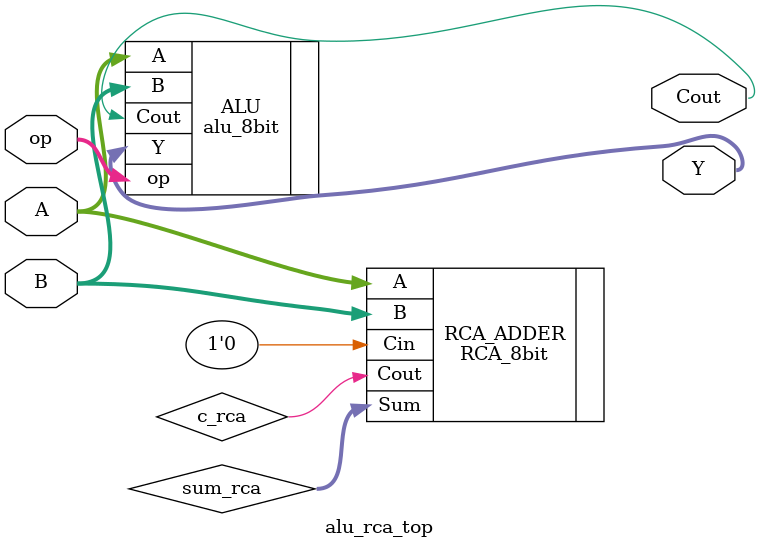
<source format=v>
`timescale 1ns / 1ps


module alu_rca_top(
    input [7:0] A,
    input [7:0] B,
    input [2:0] op,
    output [7:0] Y,
    output Cout
    );
    
    wire [7:0] sum_rca;
    wire c_rca;
    
     RCA_8bit RCA_ADDER (
           .A(A),
           .B(B),
           .Cin(1'b0),     
           .Sum(sum_rca),
           .Cout(c_rca)
       );
   
       alu_8bit ALU (
           .A(A),
           .B(B),
           .op(op),
           .Y(Y),
           .Cout(Cout)
       );
    

endmodule

</source>
